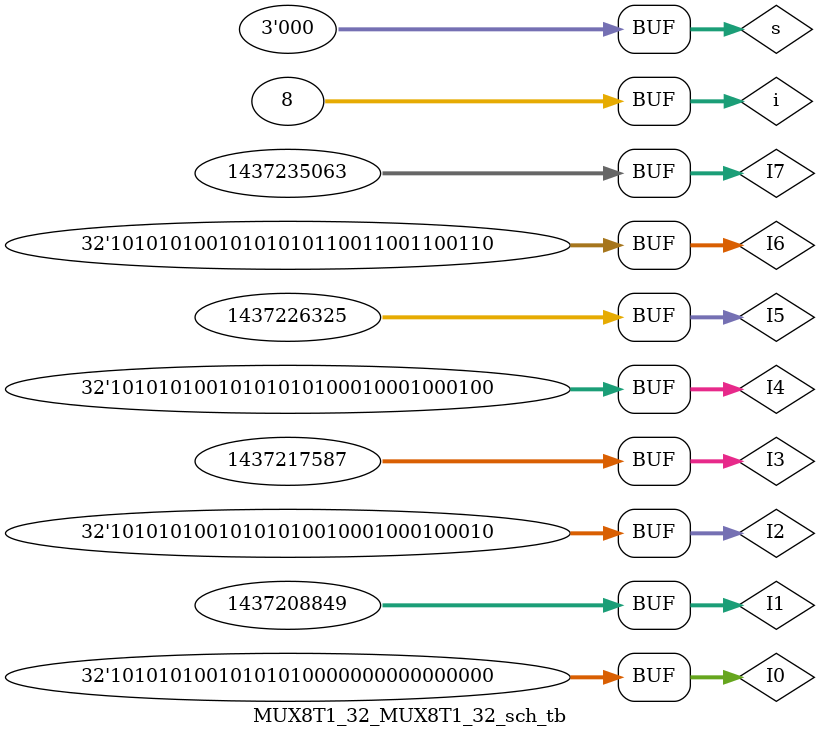
<source format=v>

`timescale 1ns / 1ps

module MUX8T1_32_MUX8T1_32_sch_tb();

// Inputs
   reg [31:0] I1;
   reg [31:0] I2;
   reg [31:0] I0;
   reg [31:0] I3;
   reg [31:0] I5;
   reg [31:0] I6;
   reg [31:0] I7;
   reg [2:0] s;
   reg [31:0] I4;

// Output
   wire [31:0] o;

// Bidirs

// Instantiate the UUT
   MUX8T1_32 UUT (
		.I1(I1), 
		.I2(I2), 
		.I0(I0), 
		.I3(I3), 
		.I5(I5), 
		.I6(I6), 
		.I7(I7), 
		.o(o), 
		.s(s), 
		.I4(I4)
   );
// Initialize Inputs

integer i = 0;
	initial begin
		I0 = 32'hAA550000;
		I1 = 32'h55AA1111;
		I2 = 32'hAA552222;
		I3 = 32'h55AA3333;
		I4 = 32'hAA554444;
		I5 = 32'h55AA5555;
		I6 = 32'hAA556666;
		I7 = 32'h55AA7777;
		s = 0;

		for(i=0; i<=7; i=i+1)begin
			#50 s = i+1;
			end			
			#50 s = 0;		
	end

endmodule

</source>
